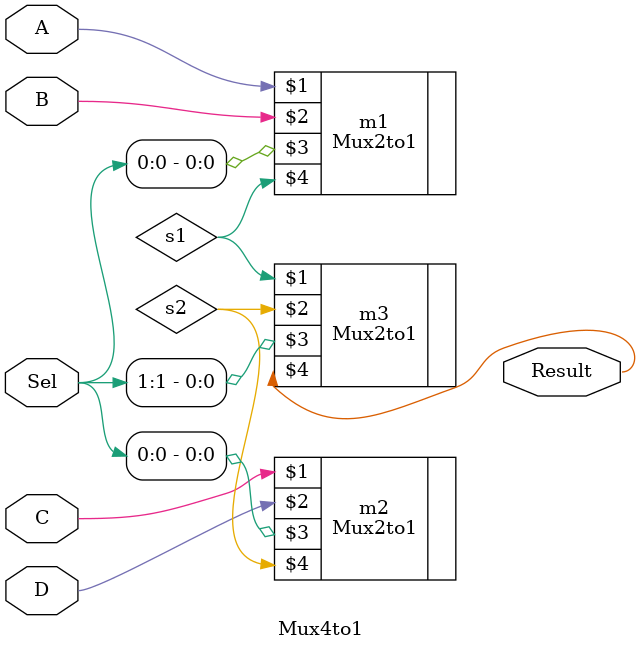
<source format=v>
module Mux4to1(A, B, C, D, Sel, Result);
	input A, B, C, D;
	input [1:0] Sel;
	output Result;
	
	wire s1, s2;
	
	Mux2to1 m1(A, B, Sel[0], s1);
	Mux2to1 m2(C, D, Sel[0], s2);
	Mux2to1 m3(s1, s2, Sel[1], Result);
endmodule
</source>
